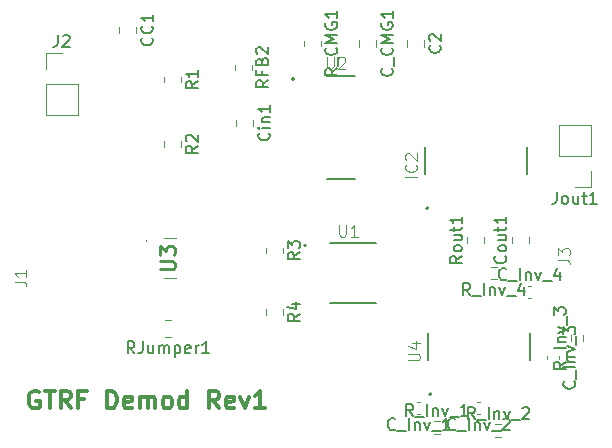
<source format=gbr>
%TF.GenerationSoftware,KiCad,Pcbnew,(5.1.9)-1*%
%TF.CreationDate,2021-02-10T10:56:46-05:00*%
%TF.ProjectId,DemodulatorCircuit,44656d6f-6475-46c6-9174-6f7243697263,rev?*%
%TF.SameCoordinates,Original*%
%TF.FileFunction,Legend,Top*%
%TF.FilePolarity,Positive*%
%FSLAX46Y46*%
G04 Gerber Fmt 4.6, Leading zero omitted, Abs format (unit mm)*
G04 Created by KiCad (PCBNEW (5.1.9)-1) date 2021-02-10 10:56:46*
%MOMM*%
%LPD*%
G01*
G04 APERTURE LIST*
%ADD10C,0.300000*%
%ADD11C,0.120000*%
%ADD12C,0.200000*%
%ADD13C,0.127000*%
%ADD14C,0.100000*%
%ADD15C,0.150000*%
%ADD16C,0.015000*%
%ADD17C,0.254000*%
G04 APERTURE END LIST*
D10*
X40717342Y-59829000D02*
X40574485Y-59757571D01*
X40360200Y-59757571D01*
X40145914Y-59829000D01*
X40003057Y-59971857D01*
X39931628Y-60114714D01*
X39860200Y-60400428D01*
X39860200Y-60614714D01*
X39931628Y-60900428D01*
X40003057Y-61043285D01*
X40145914Y-61186142D01*
X40360200Y-61257571D01*
X40503057Y-61257571D01*
X40717342Y-61186142D01*
X40788771Y-61114714D01*
X40788771Y-60614714D01*
X40503057Y-60614714D01*
X41217342Y-59757571D02*
X42074485Y-59757571D01*
X41645914Y-61257571D02*
X41645914Y-59757571D01*
X43431628Y-61257571D02*
X42931628Y-60543285D01*
X42574485Y-61257571D02*
X42574485Y-59757571D01*
X43145914Y-59757571D01*
X43288771Y-59829000D01*
X43360200Y-59900428D01*
X43431628Y-60043285D01*
X43431628Y-60257571D01*
X43360200Y-60400428D01*
X43288771Y-60471857D01*
X43145914Y-60543285D01*
X42574485Y-60543285D01*
X44574485Y-60471857D02*
X44074485Y-60471857D01*
X44074485Y-61257571D02*
X44074485Y-59757571D01*
X44788771Y-59757571D01*
X46503057Y-61257571D02*
X46503057Y-59757571D01*
X46860200Y-59757571D01*
X47074485Y-59829000D01*
X47217342Y-59971857D01*
X47288771Y-60114714D01*
X47360200Y-60400428D01*
X47360200Y-60614714D01*
X47288771Y-60900428D01*
X47217342Y-61043285D01*
X47074485Y-61186142D01*
X46860200Y-61257571D01*
X46503057Y-61257571D01*
X48574485Y-61186142D02*
X48431628Y-61257571D01*
X48145914Y-61257571D01*
X48003057Y-61186142D01*
X47931628Y-61043285D01*
X47931628Y-60471857D01*
X48003057Y-60329000D01*
X48145914Y-60257571D01*
X48431628Y-60257571D01*
X48574485Y-60329000D01*
X48645914Y-60471857D01*
X48645914Y-60614714D01*
X47931628Y-60757571D01*
X49288771Y-61257571D02*
X49288771Y-60257571D01*
X49288771Y-60400428D02*
X49360200Y-60329000D01*
X49503057Y-60257571D01*
X49717342Y-60257571D01*
X49860200Y-60329000D01*
X49931628Y-60471857D01*
X49931628Y-61257571D01*
X49931628Y-60471857D02*
X50003057Y-60329000D01*
X50145914Y-60257571D01*
X50360200Y-60257571D01*
X50503057Y-60329000D01*
X50574485Y-60471857D01*
X50574485Y-61257571D01*
X51503057Y-61257571D02*
X51360200Y-61186142D01*
X51288771Y-61114714D01*
X51217342Y-60971857D01*
X51217342Y-60543285D01*
X51288771Y-60400428D01*
X51360200Y-60329000D01*
X51503057Y-60257571D01*
X51717342Y-60257571D01*
X51860200Y-60329000D01*
X51931628Y-60400428D01*
X52003057Y-60543285D01*
X52003057Y-60971857D01*
X51931628Y-61114714D01*
X51860200Y-61186142D01*
X51717342Y-61257571D01*
X51503057Y-61257571D01*
X53288771Y-61257571D02*
X53288771Y-59757571D01*
X53288771Y-61186142D02*
X53145914Y-61257571D01*
X52860200Y-61257571D01*
X52717342Y-61186142D01*
X52645914Y-61114714D01*
X52574485Y-60971857D01*
X52574485Y-60543285D01*
X52645914Y-60400428D01*
X52717342Y-60329000D01*
X52860200Y-60257571D01*
X53145914Y-60257571D01*
X53288771Y-60329000D01*
X56003057Y-61257571D02*
X55503057Y-60543285D01*
X55145914Y-61257571D02*
X55145914Y-59757571D01*
X55717342Y-59757571D01*
X55860200Y-59829000D01*
X55931628Y-59900428D01*
X56003057Y-60043285D01*
X56003057Y-60257571D01*
X55931628Y-60400428D01*
X55860200Y-60471857D01*
X55717342Y-60543285D01*
X55145914Y-60543285D01*
X57217342Y-61186142D02*
X57074485Y-61257571D01*
X56788771Y-61257571D01*
X56645914Y-61186142D01*
X56574485Y-61043285D01*
X56574485Y-60471857D01*
X56645914Y-60329000D01*
X56788771Y-60257571D01*
X57074485Y-60257571D01*
X57217342Y-60329000D01*
X57288771Y-60471857D01*
X57288771Y-60614714D01*
X56574485Y-60757571D01*
X57788771Y-60257571D02*
X58145914Y-61257571D01*
X58503057Y-60257571D01*
X59860200Y-61257571D02*
X59003057Y-61257571D01*
X59431628Y-61257571D02*
X59431628Y-59757571D01*
X59288771Y-59971857D01*
X59145914Y-60114714D01*
X59003057Y-60186142D01*
D11*
%TO.C,R_Inv_1*%
X74184742Y-62342500D02*
X74659258Y-62342500D01*
X74184742Y-63387500D02*
X74659258Y-63387500D01*
D12*
%TO.C,U4*%
X73978000Y-60057000D02*
G75*
G03*
X73978000Y-60057000I-100000J0D01*
G01*
D13*
X73653000Y-57177000D02*
X73653000Y-54837000D01*
X82303000Y-57177000D02*
X82303000Y-54837000D01*
D14*
%TO.C,U3*%
X49839000Y-47114000D02*
X49839000Y-47114000D01*
X49839000Y-47014000D02*
X49839000Y-47014000D01*
X52339000Y-50239000D02*
X51339000Y-50239000D01*
X52339000Y-46789000D02*
X51339000Y-46789000D01*
X49839000Y-47014000D02*
G75*
G03*
X49839000Y-47114000I0J-50000D01*
G01*
X49839000Y-47114000D02*
G75*
G03*
X49839000Y-47014000I0J50000D01*
G01*
D12*
%TO.C,U2*%
X62344000Y-33365000D02*
G75*
G03*
X62344000Y-33365000I-100000J0D01*
G01*
D13*
X65124000Y-33140000D02*
X67464000Y-33140000D01*
X65124000Y-41790000D02*
X67464000Y-41790000D01*
%TO.C,U1*%
X65360000Y-52309000D02*
X69260000Y-52309000D01*
X65360000Y-47259000D02*
X69260000Y-47259000D01*
D12*
X63370000Y-47479000D02*
G75*
G03*
X63370000Y-47479000I-100000J0D01*
G01*
%TO.C,IC2*%
X73724000Y-44309000D02*
G75*
G03*
X73724000Y-44309000I-100000J0D01*
G01*
D13*
X73399000Y-41429000D02*
X73399000Y-39089000D01*
X82049000Y-41429000D02*
X82049000Y-39089000D01*
D11*
%TO.C,C_Inv_4*%
X82155420Y-51881500D02*
X82436580Y-51881500D01*
X82155420Y-50861500D02*
X82436580Y-50861500D01*
%TO.C,C_Inv_3*%
X83754500Y-56818920D02*
X83754500Y-57100080D01*
X84774500Y-56818920D02*
X84774500Y-57100080D01*
%TO.C,C_Inv_2*%
X78118580Y-60704000D02*
X77837420Y-60704000D01*
X78118580Y-61724000D02*
X77837420Y-61724000D01*
%TO.C,C_Inv_1*%
X73038580Y-60704000D02*
X72757420Y-60704000D01*
X73038580Y-61724000D02*
X72757420Y-61724000D01*
%TO.C,R_Inv_4*%
X79485258Y-50306500D02*
X79010742Y-50306500D01*
X79485258Y-49261500D02*
X79010742Y-49261500D01*
%TO.C,R_Inv_3*%
X85774000Y-55545758D02*
X85774000Y-55071242D01*
X86819000Y-55545758D02*
X86819000Y-55071242D01*
%TO.C,R_Inv_2*%
X79391742Y-62596500D02*
X79866258Y-62596500D01*
X79391742Y-63641500D02*
X79866258Y-63641500D01*
%TO.C,Jout1*%
X87436000Y-42478000D02*
X86106000Y-42478000D01*
X87436000Y-41148000D02*
X87436000Y-42478000D01*
X87436000Y-39878000D02*
X84776000Y-39878000D01*
X84776000Y-39878000D02*
X84776000Y-37278000D01*
X87436000Y-39878000D02*
X87436000Y-37278000D01*
X87436000Y-37278000D02*
X84776000Y-37278000D01*
%TO.C,J2*%
X41342000Y-31182000D02*
X42672000Y-31182000D01*
X41342000Y-32512000D02*
X41342000Y-31182000D01*
X41342000Y-33782000D02*
X44002000Y-33782000D01*
X44002000Y-33782000D02*
X44002000Y-36382000D01*
X41342000Y-33782000D02*
X41342000Y-36382000D01*
X41342000Y-36382000D02*
X44002000Y-36382000D01*
%TO.C,Rout1*%
X76989000Y-47217064D02*
X76989000Y-46762936D01*
X78459000Y-47217064D02*
X78459000Y-46762936D01*
%TO.C,RJumper1*%
X51892564Y-55218000D02*
X51438436Y-55218000D01*
X51892564Y-53748000D02*
X51438436Y-53748000D01*
%TO.C,RFB2*%
X58774000Y-32157936D02*
X58774000Y-32612064D01*
X57304000Y-32157936D02*
X57304000Y-32612064D01*
%TO.C,R_CMG1*%
X64616000Y-30125936D02*
X64616000Y-30580064D01*
X63146000Y-30125936D02*
X63146000Y-30580064D01*
%TO.C,R4*%
X61441000Y-52858936D02*
X61441000Y-53313064D01*
X59971000Y-52858936D02*
X59971000Y-53313064D01*
%TO.C,R3*%
X61441000Y-47651936D02*
X61441000Y-48106064D01*
X59971000Y-47651936D02*
X59971000Y-48106064D01*
%TO.C,R2*%
X52805000Y-38634936D02*
X52805000Y-39089064D01*
X51335000Y-38634936D02*
X51335000Y-39089064D01*
%TO.C,R1*%
X52805000Y-33173936D02*
X52805000Y-33628064D01*
X51335000Y-33173936D02*
X51335000Y-33628064D01*
%TO.C,Cout1*%
X80799000Y-47251252D02*
X80799000Y-46728748D01*
X82269000Y-47251252D02*
X82269000Y-46728748D01*
%TO.C,Cin1*%
X58901000Y-36822748D02*
X58901000Y-37345252D01*
X57431000Y-36822748D02*
X57431000Y-37345252D01*
%TO.C,CC1*%
X48995000Y-28948748D02*
X48995000Y-29471252D01*
X47525000Y-28948748D02*
X47525000Y-29471252D01*
%TO.C,C_CMG1*%
X69315000Y-30091748D02*
X69315000Y-30614252D01*
X67845000Y-30091748D02*
X67845000Y-30614252D01*
%TO.C,C2*%
X73379000Y-30091748D02*
X73379000Y-30614252D01*
X71909000Y-30091748D02*
X71909000Y-30614252D01*
%TO.C,R_Inv_1*%
D15*
X72422000Y-61887380D02*
X72088666Y-61411190D01*
X71850571Y-61887380D02*
X71850571Y-60887380D01*
X72231523Y-60887380D01*
X72326761Y-60935000D01*
X72374380Y-60982619D01*
X72422000Y-61077857D01*
X72422000Y-61220714D01*
X72374380Y-61315952D01*
X72326761Y-61363571D01*
X72231523Y-61411190D01*
X71850571Y-61411190D01*
X72612476Y-61982619D02*
X73374380Y-61982619D01*
X73612476Y-61887380D02*
X73612476Y-60887380D01*
X74088666Y-61220714D02*
X74088666Y-61887380D01*
X74088666Y-61315952D02*
X74136285Y-61268333D01*
X74231523Y-61220714D01*
X74374380Y-61220714D01*
X74469619Y-61268333D01*
X74517238Y-61363571D01*
X74517238Y-61887380D01*
X74898190Y-61220714D02*
X75136285Y-61887380D01*
X75374380Y-61220714D01*
X75517238Y-61982619D02*
X76279142Y-61982619D01*
X77041047Y-61887380D02*
X76469619Y-61887380D01*
X76755333Y-61887380D02*
X76755333Y-60887380D01*
X76660095Y-61030238D01*
X76564857Y-61125476D01*
X76469619Y-61173095D01*
%TO.C,U4*%
D16*
X71995380Y-57193904D02*
X72804904Y-57193904D01*
X72900142Y-57146285D01*
X72947761Y-57098666D01*
X72995380Y-57003428D01*
X72995380Y-56812952D01*
X72947761Y-56717714D01*
X72900142Y-56670095D01*
X72804904Y-56622476D01*
X71995380Y-56622476D01*
X72328714Y-55717714D02*
X72995380Y-55717714D01*
X71947761Y-55955809D02*
X72662047Y-56193904D01*
X72662047Y-55574857D01*
%TO.C,U3*%
D17*
X50993523Y-49481619D02*
X52021619Y-49481619D01*
X52142571Y-49421142D01*
X52203047Y-49360666D01*
X52263523Y-49239714D01*
X52263523Y-48997809D01*
X52203047Y-48876857D01*
X52142571Y-48816380D01*
X52021619Y-48755904D01*
X50993523Y-48755904D01*
X50993523Y-48272095D02*
X50993523Y-47485904D01*
X51477333Y-47909238D01*
X51477333Y-47727809D01*
X51537809Y-47606857D01*
X51598285Y-47546380D01*
X51719238Y-47485904D01*
X52021619Y-47485904D01*
X52142571Y-47546380D01*
X52203047Y-47606857D01*
X52263523Y-47727809D01*
X52263523Y-48090666D01*
X52203047Y-48211619D01*
X52142571Y-48272095D01*
%TO.C,U2*%
D16*
X65107095Y-31482380D02*
X65107095Y-32291904D01*
X65154714Y-32387142D01*
X65202333Y-32434761D01*
X65297571Y-32482380D01*
X65488047Y-32482380D01*
X65583285Y-32434761D01*
X65630904Y-32387142D01*
X65678523Y-32291904D01*
X65678523Y-31482380D01*
X66107095Y-31577619D02*
X66154714Y-31530000D01*
X66249952Y-31482380D01*
X66488047Y-31482380D01*
X66583285Y-31530000D01*
X66630904Y-31577619D01*
X66678523Y-31672857D01*
X66678523Y-31768095D01*
X66630904Y-31910952D01*
X66059476Y-32482380D01*
X66678523Y-32482380D01*
%TO.C,U1*%
X66163095Y-45699380D02*
X66163095Y-46508904D01*
X66210714Y-46604142D01*
X66258333Y-46651761D01*
X66353571Y-46699380D01*
X66544047Y-46699380D01*
X66639285Y-46651761D01*
X66686904Y-46604142D01*
X66734523Y-46508904D01*
X66734523Y-45699380D01*
X67734523Y-46699380D02*
X67163095Y-46699380D01*
X67448809Y-46699380D02*
X67448809Y-45699380D01*
X67353571Y-45842238D01*
X67258333Y-45937476D01*
X67163095Y-45985095D01*
%TO.C,J3*%
X84682710Y-48680383D02*
X85396996Y-48680383D01*
X85539853Y-48728002D01*
X85635091Y-48823240D01*
X85682710Y-48966097D01*
X85682710Y-49061335D01*
X84682710Y-48299430D02*
X84682710Y-47680383D01*
X85063663Y-48013716D01*
X85063663Y-47870859D01*
X85111282Y-47775621D01*
X85158901Y-47728002D01*
X85254139Y-47680383D01*
X85492234Y-47680383D01*
X85587472Y-47728002D01*
X85635091Y-47775621D01*
X85682710Y-47870859D01*
X85682710Y-48156573D01*
X85635091Y-48251811D01*
X85587472Y-48299430D01*
%TO.C,J1*%
X38682050Y-50538283D02*
X39396336Y-50538283D01*
X39539193Y-50585902D01*
X39634431Y-50681140D01*
X39682050Y-50823997D01*
X39682050Y-50919235D01*
X39682050Y-49538283D02*
X39682050Y-50109711D01*
X39682050Y-49823997D02*
X38682050Y-49823997D01*
X38824908Y-49919235D01*
X38920146Y-50014473D01*
X38967765Y-50109711D01*
%TO.C,IC2*%
X72741380Y-41660190D02*
X71741380Y-41660190D01*
X72646142Y-40612571D02*
X72693761Y-40660190D01*
X72741380Y-40803047D01*
X72741380Y-40898285D01*
X72693761Y-41041142D01*
X72598523Y-41136380D01*
X72503285Y-41184000D01*
X72312809Y-41231619D01*
X72169952Y-41231619D01*
X71979476Y-41184000D01*
X71884238Y-41136380D01*
X71789000Y-41041142D01*
X71741380Y-40898285D01*
X71741380Y-40803047D01*
X71789000Y-40660190D01*
X71836619Y-40612571D01*
X71836619Y-40231619D02*
X71789000Y-40184000D01*
X71741380Y-40088761D01*
X71741380Y-39850666D01*
X71789000Y-39755428D01*
X71836619Y-39707809D01*
X71931857Y-39660190D01*
X72027095Y-39660190D01*
X72169952Y-39707809D01*
X72741380Y-40279238D01*
X72741380Y-39660190D01*
%TO.C,C_Inv_4*%
D15*
X80296000Y-50298642D02*
X80248380Y-50346261D01*
X80105523Y-50393880D01*
X80010285Y-50393880D01*
X79867428Y-50346261D01*
X79772190Y-50251023D01*
X79724571Y-50155785D01*
X79676952Y-49965309D01*
X79676952Y-49822452D01*
X79724571Y-49631976D01*
X79772190Y-49536738D01*
X79867428Y-49441500D01*
X80010285Y-49393880D01*
X80105523Y-49393880D01*
X80248380Y-49441500D01*
X80296000Y-49489119D01*
X80486476Y-50489119D02*
X81248380Y-50489119D01*
X81486476Y-50393880D02*
X81486476Y-49393880D01*
X81962666Y-49727214D02*
X81962666Y-50393880D01*
X81962666Y-49822452D02*
X82010285Y-49774833D01*
X82105523Y-49727214D01*
X82248380Y-49727214D01*
X82343619Y-49774833D01*
X82391238Y-49870071D01*
X82391238Y-50393880D01*
X82772190Y-49727214D02*
X83010285Y-50393880D01*
X83248380Y-49727214D01*
X83391238Y-50489119D02*
X84153142Y-50489119D01*
X84819809Y-49727214D02*
X84819809Y-50393880D01*
X84581714Y-49346261D02*
X84343619Y-50060547D01*
X84962666Y-50060547D01*
%TO.C,C_Inv_3*%
X86051642Y-58959500D02*
X86099261Y-59007119D01*
X86146880Y-59149976D01*
X86146880Y-59245214D01*
X86099261Y-59388071D01*
X86004023Y-59483309D01*
X85908785Y-59530928D01*
X85718309Y-59578547D01*
X85575452Y-59578547D01*
X85384976Y-59530928D01*
X85289738Y-59483309D01*
X85194500Y-59388071D01*
X85146880Y-59245214D01*
X85146880Y-59149976D01*
X85194500Y-59007119D01*
X85242119Y-58959500D01*
X86242119Y-58769023D02*
X86242119Y-58007119D01*
X86146880Y-57769023D02*
X85146880Y-57769023D01*
X85480214Y-57292833D02*
X86146880Y-57292833D01*
X85575452Y-57292833D02*
X85527833Y-57245214D01*
X85480214Y-57149976D01*
X85480214Y-57007119D01*
X85527833Y-56911880D01*
X85623071Y-56864261D01*
X86146880Y-56864261D01*
X85480214Y-56483309D02*
X86146880Y-56245214D01*
X85480214Y-56007119D01*
X86242119Y-55864261D02*
X86242119Y-55102357D01*
X85146880Y-54959500D02*
X85146880Y-54340452D01*
X85527833Y-54673785D01*
X85527833Y-54530928D01*
X85575452Y-54435690D01*
X85623071Y-54388071D01*
X85718309Y-54340452D01*
X85956404Y-54340452D01*
X86051642Y-54388071D01*
X86099261Y-54435690D01*
X86146880Y-54530928D01*
X86146880Y-54816642D01*
X86099261Y-54911880D01*
X86051642Y-54959500D01*
%TO.C,C_Inv_2*%
X75978000Y-63001142D02*
X75930380Y-63048761D01*
X75787523Y-63096380D01*
X75692285Y-63096380D01*
X75549428Y-63048761D01*
X75454190Y-62953523D01*
X75406571Y-62858285D01*
X75358952Y-62667809D01*
X75358952Y-62524952D01*
X75406571Y-62334476D01*
X75454190Y-62239238D01*
X75549428Y-62144000D01*
X75692285Y-62096380D01*
X75787523Y-62096380D01*
X75930380Y-62144000D01*
X75978000Y-62191619D01*
X76168476Y-63191619D02*
X76930380Y-63191619D01*
X77168476Y-63096380D02*
X77168476Y-62096380D01*
X77644666Y-62429714D02*
X77644666Y-63096380D01*
X77644666Y-62524952D02*
X77692285Y-62477333D01*
X77787523Y-62429714D01*
X77930380Y-62429714D01*
X78025619Y-62477333D01*
X78073238Y-62572571D01*
X78073238Y-63096380D01*
X78454190Y-62429714D02*
X78692285Y-63096380D01*
X78930380Y-62429714D01*
X79073238Y-63191619D02*
X79835142Y-63191619D01*
X80025619Y-62191619D02*
X80073238Y-62144000D01*
X80168476Y-62096380D01*
X80406571Y-62096380D01*
X80501809Y-62144000D01*
X80549428Y-62191619D01*
X80597047Y-62286857D01*
X80597047Y-62382095D01*
X80549428Y-62524952D01*
X79978000Y-63096380D01*
X80597047Y-63096380D01*
%TO.C,C_Inv_1*%
X70898000Y-63001142D02*
X70850380Y-63048761D01*
X70707523Y-63096380D01*
X70612285Y-63096380D01*
X70469428Y-63048761D01*
X70374190Y-62953523D01*
X70326571Y-62858285D01*
X70278952Y-62667809D01*
X70278952Y-62524952D01*
X70326571Y-62334476D01*
X70374190Y-62239238D01*
X70469428Y-62144000D01*
X70612285Y-62096380D01*
X70707523Y-62096380D01*
X70850380Y-62144000D01*
X70898000Y-62191619D01*
X71088476Y-63191619D02*
X71850380Y-63191619D01*
X72088476Y-63096380D02*
X72088476Y-62096380D01*
X72564666Y-62429714D02*
X72564666Y-63096380D01*
X72564666Y-62524952D02*
X72612285Y-62477333D01*
X72707523Y-62429714D01*
X72850380Y-62429714D01*
X72945619Y-62477333D01*
X72993238Y-62572571D01*
X72993238Y-63096380D01*
X73374190Y-62429714D02*
X73612285Y-63096380D01*
X73850380Y-62429714D01*
X73993238Y-63191619D02*
X74755142Y-63191619D01*
X75517047Y-63096380D02*
X74945619Y-63096380D01*
X75231333Y-63096380D02*
X75231333Y-62096380D01*
X75136095Y-62239238D01*
X75040857Y-62334476D01*
X74945619Y-62382095D01*
%TO.C,R_Inv_4*%
X77248000Y-51666380D02*
X76914666Y-51190190D01*
X76676571Y-51666380D02*
X76676571Y-50666380D01*
X77057523Y-50666380D01*
X77152761Y-50714000D01*
X77200380Y-50761619D01*
X77248000Y-50856857D01*
X77248000Y-50999714D01*
X77200380Y-51094952D01*
X77152761Y-51142571D01*
X77057523Y-51190190D01*
X76676571Y-51190190D01*
X77438476Y-51761619D02*
X78200380Y-51761619D01*
X78438476Y-51666380D02*
X78438476Y-50666380D01*
X78914666Y-50999714D02*
X78914666Y-51666380D01*
X78914666Y-51094952D02*
X78962285Y-51047333D01*
X79057523Y-50999714D01*
X79200380Y-50999714D01*
X79295619Y-51047333D01*
X79343238Y-51142571D01*
X79343238Y-51666380D01*
X79724190Y-50999714D02*
X79962285Y-51666380D01*
X80200380Y-50999714D01*
X80343238Y-51761619D02*
X81105142Y-51761619D01*
X81771809Y-50999714D02*
X81771809Y-51666380D01*
X81533714Y-50618761D02*
X81295619Y-51333047D01*
X81914666Y-51333047D01*
%TO.C,R_Inv_3*%
X85318880Y-57308500D02*
X84842690Y-57641833D01*
X85318880Y-57879928D02*
X84318880Y-57879928D01*
X84318880Y-57498976D01*
X84366500Y-57403738D01*
X84414119Y-57356119D01*
X84509357Y-57308500D01*
X84652214Y-57308500D01*
X84747452Y-57356119D01*
X84795071Y-57403738D01*
X84842690Y-57498976D01*
X84842690Y-57879928D01*
X85414119Y-57118023D02*
X85414119Y-56356119D01*
X85318880Y-56118023D02*
X84318880Y-56118023D01*
X84652214Y-55641833D02*
X85318880Y-55641833D01*
X84747452Y-55641833D02*
X84699833Y-55594214D01*
X84652214Y-55498976D01*
X84652214Y-55356119D01*
X84699833Y-55260880D01*
X84795071Y-55213261D01*
X85318880Y-55213261D01*
X84652214Y-54832309D02*
X85318880Y-54594214D01*
X84652214Y-54356119D01*
X85414119Y-54213261D02*
X85414119Y-53451357D01*
X84318880Y-53308500D02*
X84318880Y-52689452D01*
X84699833Y-53022785D01*
X84699833Y-52879928D01*
X84747452Y-52784690D01*
X84795071Y-52737071D01*
X84890309Y-52689452D01*
X85128404Y-52689452D01*
X85223642Y-52737071D01*
X85271261Y-52784690D01*
X85318880Y-52879928D01*
X85318880Y-53165642D01*
X85271261Y-53260880D01*
X85223642Y-53308500D01*
%TO.C,R_Inv_2*%
X77629000Y-62141380D02*
X77295666Y-61665190D01*
X77057571Y-62141380D02*
X77057571Y-61141380D01*
X77438523Y-61141380D01*
X77533761Y-61189000D01*
X77581380Y-61236619D01*
X77629000Y-61331857D01*
X77629000Y-61474714D01*
X77581380Y-61569952D01*
X77533761Y-61617571D01*
X77438523Y-61665190D01*
X77057571Y-61665190D01*
X77819476Y-62236619D02*
X78581380Y-62236619D01*
X78819476Y-62141380D02*
X78819476Y-61141380D01*
X79295666Y-61474714D02*
X79295666Y-62141380D01*
X79295666Y-61569952D02*
X79343285Y-61522333D01*
X79438523Y-61474714D01*
X79581380Y-61474714D01*
X79676619Y-61522333D01*
X79724238Y-61617571D01*
X79724238Y-62141380D01*
X80105190Y-61474714D02*
X80343285Y-62141380D01*
X80581380Y-61474714D01*
X80724238Y-62236619D02*
X81486142Y-62236619D01*
X81676619Y-61236619D02*
X81724238Y-61189000D01*
X81819476Y-61141380D01*
X82057571Y-61141380D01*
X82152809Y-61189000D01*
X82200428Y-61236619D01*
X82248047Y-61331857D01*
X82248047Y-61427095D01*
X82200428Y-61569952D01*
X81629000Y-62141380D01*
X82248047Y-62141380D01*
%TO.C,Jout1*%
X84582190Y-42930380D02*
X84582190Y-43644666D01*
X84534571Y-43787523D01*
X84439333Y-43882761D01*
X84296476Y-43930380D01*
X84201238Y-43930380D01*
X85201238Y-43930380D02*
X85106000Y-43882761D01*
X85058380Y-43835142D01*
X85010761Y-43739904D01*
X85010761Y-43454190D01*
X85058380Y-43358952D01*
X85106000Y-43311333D01*
X85201238Y-43263714D01*
X85344095Y-43263714D01*
X85439333Y-43311333D01*
X85486952Y-43358952D01*
X85534571Y-43454190D01*
X85534571Y-43739904D01*
X85486952Y-43835142D01*
X85439333Y-43882761D01*
X85344095Y-43930380D01*
X85201238Y-43930380D01*
X86391714Y-43263714D02*
X86391714Y-43930380D01*
X85963142Y-43263714D02*
X85963142Y-43787523D01*
X86010761Y-43882761D01*
X86106000Y-43930380D01*
X86248857Y-43930380D01*
X86344095Y-43882761D01*
X86391714Y-43835142D01*
X86725047Y-43263714D02*
X87106000Y-43263714D01*
X86867904Y-42930380D02*
X86867904Y-43787523D01*
X86915523Y-43882761D01*
X87010761Y-43930380D01*
X87106000Y-43930380D01*
X87963142Y-43930380D02*
X87391714Y-43930380D01*
X87677428Y-43930380D02*
X87677428Y-42930380D01*
X87582190Y-43073238D01*
X87486952Y-43168476D01*
X87391714Y-43216095D01*
%TO.C,J2*%
X42338666Y-29634380D02*
X42338666Y-30348666D01*
X42291047Y-30491523D01*
X42195809Y-30586761D01*
X42052952Y-30634380D01*
X41957714Y-30634380D01*
X42767238Y-29729619D02*
X42814857Y-29682000D01*
X42910095Y-29634380D01*
X43148190Y-29634380D01*
X43243428Y-29682000D01*
X43291047Y-29729619D01*
X43338666Y-29824857D01*
X43338666Y-29920095D01*
X43291047Y-30062952D01*
X42719619Y-30634380D01*
X43338666Y-30634380D01*
%TO.C,Rout1*%
X76526380Y-48347142D02*
X76050190Y-48680476D01*
X76526380Y-48918571D02*
X75526380Y-48918571D01*
X75526380Y-48537619D01*
X75574000Y-48442380D01*
X75621619Y-48394761D01*
X75716857Y-48347142D01*
X75859714Y-48347142D01*
X75954952Y-48394761D01*
X76002571Y-48442380D01*
X76050190Y-48537619D01*
X76050190Y-48918571D01*
X76526380Y-47775714D02*
X76478761Y-47870952D01*
X76431142Y-47918571D01*
X76335904Y-47966190D01*
X76050190Y-47966190D01*
X75954952Y-47918571D01*
X75907333Y-47870952D01*
X75859714Y-47775714D01*
X75859714Y-47632857D01*
X75907333Y-47537619D01*
X75954952Y-47490000D01*
X76050190Y-47442380D01*
X76335904Y-47442380D01*
X76431142Y-47490000D01*
X76478761Y-47537619D01*
X76526380Y-47632857D01*
X76526380Y-47775714D01*
X75859714Y-46585238D02*
X76526380Y-46585238D01*
X75859714Y-47013809D02*
X76383523Y-47013809D01*
X76478761Y-46966190D01*
X76526380Y-46870952D01*
X76526380Y-46728095D01*
X76478761Y-46632857D01*
X76431142Y-46585238D01*
X75859714Y-46251904D02*
X75859714Y-45870952D01*
X75526380Y-46109047D02*
X76383523Y-46109047D01*
X76478761Y-46061428D01*
X76526380Y-45966190D01*
X76526380Y-45870952D01*
X76526380Y-45013809D02*
X76526380Y-45585238D01*
X76526380Y-45299523D02*
X75526380Y-45299523D01*
X75669238Y-45394761D01*
X75764476Y-45490000D01*
X75812095Y-45585238D01*
%TO.C,RJumper1*%
X48808357Y-56585380D02*
X48475023Y-56109190D01*
X48236928Y-56585380D02*
X48236928Y-55585380D01*
X48617880Y-55585380D01*
X48713119Y-55633000D01*
X48760738Y-55680619D01*
X48808357Y-55775857D01*
X48808357Y-55918714D01*
X48760738Y-56013952D01*
X48713119Y-56061571D01*
X48617880Y-56109190D01*
X48236928Y-56109190D01*
X49522642Y-55585380D02*
X49522642Y-56299666D01*
X49475023Y-56442523D01*
X49379785Y-56537761D01*
X49236928Y-56585380D01*
X49141690Y-56585380D01*
X50427404Y-55918714D02*
X50427404Y-56585380D01*
X49998833Y-55918714D02*
X49998833Y-56442523D01*
X50046452Y-56537761D01*
X50141690Y-56585380D01*
X50284547Y-56585380D01*
X50379785Y-56537761D01*
X50427404Y-56490142D01*
X50903595Y-56585380D02*
X50903595Y-55918714D01*
X50903595Y-56013952D02*
X50951214Y-55966333D01*
X51046452Y-55918714D01*
X51189309Y-55918714D01*
X51284547Y-55966333D01*
X51332166Y-56061571D01*
X51332166Y-56585380D01*
X51332166Y-56061571D02*
X51379785Y-55966333D01*
X51475023Y-55918714D01*
X51617880Y-55918714D01*
X51713119Y-55966333D01*
X51760738Y-56061571D01*
X51760738Y-56585380D01*
X52236928Y-55918714D02*
X52236928Y-56918714D01*
X52236928Y-55966333D02*
X52332166Y-55918714D01*
X52522642Y-55918714D01*
X52617880Y-55966333D01*
X52665500Y-56013952D01*
X52713119Y-56109190D01*
X52713119Y-56394904D01*
X52665500Y-56490142D01*
X52617880Y-56537761D01*
X52522642Y-56585380D01*
X52332166Y-56585380D01*
X52236928Y-56537761D01*
X53522642Y-56537761D02*
X53427404Y-56585380D01*
X53236928Y-56585380D01*
X53141690Y-56537761D01*
X53094071Y-56442523D01*
X53094071Y-56061571D01*
X53141690Y-55966333D01*
X53236928Y-55918714D01*
X53427404Y-55918714D01*
X53522642Y-55966333D01*
X53570261Y-56061571D01*
X53570261Y-56156809D01*
X53094071Y-56252047D01*
X53998833Y-56585380D02*
X53998833Y-55918714D01*
X53998833Y-56109190D02*
X54046452Y-56013952D01*
X54094071Y-55966333D01*
X54189309Y-55918714D01*
X54284547Y-55918714D01*
X55141690Y-56585380D02*
X54570261Y-56585380D01*
X54855976Y-56585380D02*
X54855976Y-55585380D01*
X54760738Y-55728238D01*
X54665500Y-55823476D01*
X54570261Y-55871095D01*
%TO.C,RFB2*%
X60141380Y-33480238D02*
X59665190Y-33813571D01*
X60141380Y-34051666D02*
X59141380Y-34051666D01*
X59141380Y-33670714D01*
X59189000Y-33575476D01*
X59236619Y-33527857D01*
X59331857Y-33480238D01*
X59474714Y-33480238D01*
X59569952Y-33527857D01*
X59617571Y-33575476D01*
X59665190Y-33670714D01*
X59665190Y-34051666D01*
X59617571Y-32718333D02*
X59617571Y-33051666D01*
X60141380Y-33051666D02*
X59141380Y-33051666D01*
X59141380Y-32575476D01*
X59617571Y-31861190D02*
X59665190Y-31718333D01*
X59712809Y-31670714D01*
X59808047Y-31623095D01*
X59950904Y-31623095D01*
X60046142Y-31670714D01*
X60093761Y-31718333D01*
X60141380Y-31813571D01*
X60141380Y-32194523D01*
X59141380Y-32194523D01*
X59141380Y-31861190D01*
X59189000Y-31765952D01*
X59236619Y-31718333D01*
X59331857Y-31670714D01*
X59427095Y-31670714D01*
X59522333Y-31718333D01*
X59569952Y-31765952D01*
X59617571Y-31861190D01*
X59617571Y-32194523D01*
X59236619Y-31242142D02*
X59189000Y-31194523D01*
X59141380Y-31099285D01*
X59141380Y-30861190D01*
X59189000Y-30765952D01*
X59236619Y-30718333D01*
X59331857Y-30670714D01*
X59427095Y-30670714D01*
X59569952Y-30718333D01*
X60141380Y-31289761D01*
X60141380Y-30670714D01*
%TO.C,R_CMG1*%
X65983380Y-32472047D02*
X65507190Y-32805380D01*
X65983380Y-33043476D02*
X64983380Y-33043476D01*
X64983380Y-32662523D01*
X65031000Y-32567285D01*
X65078619Y-32519666D01*
X65173857Y-32472047D01*
X65316714Y-32472047D01*
X65411952Y-32519666D01*
X65459571Y-32567285D01*
X65507190Y-32662523D01*
X65507190Y-33043476D01*
X66078619Y-32281571D02*
X66078619Y-31519666D01*
X65888142Y-30710142D02*
X65935761Y-30757761D01*
X65983380Y-30900619D01*
X65983380Y-30995857D01*
X65935761Y-31138714D01*
X65840523Y-31233952D01*
X65745285Y-31281571D01*
X65554809Y-31329190D01*
X65411952Y-31329190D01*
X65221476Y-31281571D01*
X65126238Y-31233952D01*
X65031000Y-31138714D01*
X64983380Y-30995857D01*
X64983380Y-30900619D01*
X65031000Y-30757761D01*
X65078619Y-30710142D01*
X65983380Y-30281571D02*
X64983380Y-30281571D01*
X65697666Y-29948238D01*
X64983380Y-29614904D01*
X65983380Y-29614904D01*
X65031000Y-28614904D02*
X64983380Y-28710142D01*
X64983380Y-28853000D01*
X65031000Y-28995857D01*
X65126238Y-29091095D01*
X65221476Y-29138714D01*
X65411952Y-29186333D01*
X65554809Y-29186333D01*
X65745285Y-29138714D01*
X65840523Y-29091095D01*
X65935761Y-28995857D01*
X65983380Y-28853000D01*
X65983380Y-28757761D01*
X65935761Y-28614904D01*
X65888142Y-28567285D01*
X65554809Y-28567285D01*
X65554809Y-28757761D01*
X65983380Y-27614904D02*
X65983380Y-28186333D01*
X65983380Y-27900619D02*
X64983380Y-27900619D01*
X65126238Y-27995857D01*
X65221476Y-28091095D01*
X65269095Y-28186333D01*
%TO.C,R4*%
X62808380Y-53252666D02*
X62332190Y-53586000D01*
X62808380Y-53824095D02*
X61808380Y-53824095D01*
X61808380Y-53443142D01*
X61856000Y-53347904D01*
X61903619Y-53300285D01*
X61998857Y-53252666D01*
X62141714Y-53252666D01*
X62236952Y-53300285D01*
X62284571Y-53347904D01*
X62332190Y-53443142D01*
X62332190Y-53824095D01*
X62141714Y-52395523D02*
X62808380Y-52395523D01*
X61760761Y-52633619D02*
X62475047Y-52871714D01*
X62475047Y-52252666D01*
%TO.C,R3*%
X62808380Y-48045666D02*
X62332190Y-48379000D01*
X62808380Y-48617095D02*
X61808380Y-48617095D01*
X61808380Y-48236142D01*
X61856000Y-48140904D01*
X61903619Y-48093285D01*
X61998857Y-48045666D01*
X62141714Y-48045666D01*
X62236952Y-48093285D01*
X62284571Y-48140904D01*
X62332190Y-48236142D01*
X62332190Y-48617095D01*
X61808380Y-47712333D02*
X61808380Y-47093285D01*
X62189333Y-47426619D01*
X62189333Y-47283761D01*
X62236952Y-47188523D01*
X62284571Y-47140904D01*
X62379809Y-47093285D01*
X62617904Y-47093285D01*
X62713142Y-47140904D01*
X62760761Y-47188523D01*
X62808380Y-47283761D01*
X62808380Y-47569476D01*
X62760761Y-47664714D01*
X62713142Y-47712333D01*
%TO.C,R2*%
X54172380Y-39028666D02*
X53696190Y-39362000D01*
X54172380Y-39600095D02*
X53172380Y-39600095D01*
X53172380Y-39219142D01*
X53220000Y-39123904D01*
X53267619Y-39076285D01*
X53362857Y-39028666D01*
X53505714Y-39028666D01*
X53600952Y-39076285D01*
X53648571Y-39123904D01*
X53696190Y-39219142D01*
X53696190Y-39600095D01*
X53267619Y-38647714D02*
X53220000Y-38600095D01*
X53172380Y-38504857D01*
X53172380Y-38266761D01*
X53220000Y-38171523D01*
X53267619Y-38123904D01*
X53362857Y-38076285D01*
X53458095Y-38076285D01*
X53600952Y-38123904D01*
X54172380Y-38695333D01*
X54172380Y-38076285D01*
%TO.C,R1*%
X54172380Y-33567666D02*
X53696190Y-33901000D01*
X54172380Y-34139095D02*
X53172380Y-34139095D01*
X53172380Y-33758142D01*
X53220000Y-33662904D01*
X53267619Y-33615285D01*
X53362857Y-33567666D01*
X53505714Y-33567666D01*
X53600952Y-33615285D01*
X53648571Y-33662904D01*
X53696190Y-33758142D01*
X53696190Y-34139095D01*
X54172380Y-32615285D02*
X54172380Y-33186714D01*
X54172380Y-32901000D02*
X53172380Y-32901000D01*
X53315238Y-32996238D01*
X53410476Y-33091476D01*
X53458095Y-33186714D01*
%TO.C,Cout1*%
X80211142Y-48347142D02*
X80258761Y-48394761D01*
X80306380Y-48537619D01*
X80306380Y-48632857D01*
X80258761Y-48775714D01*
X80163523Y-48870952D01*
X80068285Y-48918571D01*
X79877809Y-48966190D01*
X79734952Y-48966190D01*
X79544476Y-48918571D01*
X79449238Y-48870952D01*
X79354000Y-48775714D01*
X79306380Y-48632857D01*
X79306380Y-48537619D01*
X79354000Y-48394761D01*
X79401619Y-48347142D01*
X80306380Y-47775714D02*
X80258761Y-47870952D01*
X80211142Y-47918571D01*
X80115904Y-47966190D01*
X79830190Y-47966190D01*
X79734952Y-47918571D01*
X79687333Y-47870952D01*
X79639714Y-47775714D01*
X79639714Y-47632857D01*
X79687333Y-47537619D01*
X79734952Y-47490000D01*
X79830190Y-47442380D01*
X80115904Y-47442380D01*
X80211142Y-47490000D01*
X80258761Y-47537619D01*
X80306380Y-47632857D01*
X80306380Y-47775714D01*
X79639714Y-46585238D02*
X80306380Y-46585238D01*
X79639714Y-47013809D02*
X80163523Y-47013809D01*
X80258761Y-46966190D01*
X80306380Y-46870952D01*
X80306380Y-46728095D01*
X80258761Y-46632857D01*
X80211142Y-46585238D01*
X79639714Y-46251904D02*
X79639714Y-45870952D01*
X79306380Y-46109047D02*
X80163523Y-46109047D01*
X80258761Y-46061428D01*
X80306380Y-45966190D01*
X80306380Y-45870952D01*
X80306380Y-45013809D02*
X80306380Y-45585238D01*
X80306380Y-45299523D02*
X79306380Y-45299523D01*
X79449238Y-45394761D01*
X79544476Y-45490000D01*
X79592095Y-45585238D01*
%TO.C,Cin1*%
X60203142Y-37941142D02*
X60250761Y-37988761D01*
X60298380Y-38131619D01*
X60298380Y-38226857D01*
X60250761Y-38369714D01*
X60155523Y-38464952D01*
X60060285Y-38512571D01*
X59869809Y-38560190D01*
X59726952Y-38560190D01*
X59536476Y-38512571D01*
X59441238Y-38464952D01*
X59346000Y-38369714D01*
X59298380Y-38226857D01*
X59298380Y-38131619D01*
X59346000Y-37988761D01*
X59393619Y-37941142D01*
X60298380Y-37512571D02*
X59631714Y-37512571D01*
X59298380Y-37512571D02*
X59346000Y-37560190D01*
X59393619Y-37512571D01*
X59346000Y-37464952D01*
X59298380Y-37512571D01*
X59393619Y-37512571D01*
X59631714Y-37036380D02*
X60298380Y-37036380D01*
X59726952Y-37036380D02*
X59679333Y-36988761D01*
X59631714Y-36893523D01*
X59631714Y-36750666D01*
X59679333Y-36655428D01*
X59774571Y-36607809D01*
X60298380Y-36607809D01*
X60298380Y-35607809D02*
X60298380Y-36179238D01*
X60298380Y-35893523D02*
X59298380Y-35893523D01*
X59441238Y-35988761D01*
X59536476Y-36084000D01*
X59584095Y-36179238D01*
%TO.C,CC1*%
X50297142Y-29876666D02*
X50344761Y-29924285D01*
X50392380Y-30067142D01*
X50392380Y-30162380D01*
X50344761Y-30305238D01*
X50249523Y-30400476D01*
X50154285Y-30448095D01*
X49963809Y-30495714D01*
X49820952Y-30495714D01*
X49630476Y-30448095D01*
X49535238Y-30400476D01*
X49440000Y-30305238D01*
X49392380Y-30162380D01*
X49392380Y-30067142D01*
X49440000Y-29924285D01*
X49487619Y-29876666D01*
X50297142Y-28876666D02*
X50344761Y-28924285D01*
X50392380Y-29067142D01*
X50392380Y-29162380D01*
X50344761Y-29305238D01*
X50249523Y-29400476D01*
X50154285Y-29448095D01*
X49963809Y-29495714D01*
X49820952Y-29495714D01*
X49630476Y-29448095D01*
X49535238Y-29400476D01*
X49440000Y-29305238D01*
X49392380Y-29162380D01*
X49392380Y-29067142D01*
X49440000Y-28924285D01*
X49487619Y-28876666D01*
X50392380Y-27924285D02*
X50392380Y-28495714D01*
X50392380Y-28210000D02*
X49392380Y-28210000D01*
X49535238Y-28305238D01*
X49630476Y-28400476D01*
X49678095Y-28495714D01*
%TO.C,C_CMG1*%
X70617142Y-32472047D02*
X70664761Y-32519666D01*
X70712380Y-32662523D01*
X70712380Y-32757761D01*
X70664761Y-32900619D01*
X70569523Y-32995857D01*
X70474285Y-33043476D01*
X70283809Y-33091095D01*
X70140952Y-33091095D01*
X69950476Y-33043476D01*
X69855238Y-32995857D01*
X69760000Y-32900619D01*
X69712380Y-32757761D01*
X69712380Y-32662523D01*
X69760000Y-32519666D01*
X69807619Y-32472047D01*
X70807619Y-32281571D02*
X70807619Y-31519666D01*
X70617142Y-30710142D02*
X70664761Y-30757761D01*
X70712380Y-30900619D01*
X70712380Y-30995857D01*
X70664761Y-31138714D01*
X70569523Y-31233952D01*
X70474285Y-31281571D01*
X70283809Y-31329190D01*
X70140952Y-31329190D01*
X69950476Y-31281571D01*
X69855238Y-31233952D01*
X69760000Y-31138714D01*
X69712380Y-30995857D01*
X69712380Y-30900619D01*
X69760000Y-30757761D01*
X69807619Y-30710142D01*
X70712380Y-30281571D02*
X69712380Y-30281571D01*
X70426666Y-29948238D01*
X69712380Y-29614904D01*
X70712380Y-29614904D01*
X69760000Y-28614904D02*
X69712380Y-28710142D01*
X69712380Y-28853000D01*
X69760000Y-28995857D01*
X69855238Y-29091095D01*
X69950476Y-29138714D01*
X70140952Y-29186333D01*
X70283809Y-29186333D01*
X70474285Y-29138714D01*
X70569523Y-29091095D01*
X70664761Y-28995857D01*
X70712380Y-28853000D01*
X70712380Y-28757761D01*
X70664761Y-28614904D01*
X70617142Y-28567285D01*
X70283809Y-28567285D01*
X70283809Y-28757761D01*
X70712380Y-27614904D02*
X70712380Y-28186333D01*
X70712380Y-27900619D02*
X69712380Y-27900619D01*
X69855238Y-27995857D01*
X69950476Y-28091095D01*
X69998095Y-28186333D01*
%TO.C,C2*%
X74681142Y-30519666D02*
X74728761Y-30567285D01*
X74776380Y-30710142D01*
X74776380Y-30805380D01*
X74728761Y-30948238D01*
X74633523Y-31043476D01*
X74538285Y-31091095D01*
X74347809Y-31138714D01*
X74204952Y-31138714D01*
X74014476Y-31091095D01*
X73919238Y-31043476D01*
X73824000Y-30948238D01*
X73776380Y-30805380D01*
X73776380Y-30710142D01*
X73824000Y-30567285D01*
X73871619Y-30519666D01*
X73871619Y-30138714D02*
X73824000Y-30091095D01*
X73776380Y-29995857D01*
X73776380Y-29757761D01*
X73824000Y-29662523D01*
X73871619Y-29614904D01*
X73966857Y-29567285D01*
X74062095Y-29567285D01*
X74204952Y-29614904D01*
X74776380Y-30186333D01*
X74776380Y-29567285D01*
%TD*%
M02*

</source>
